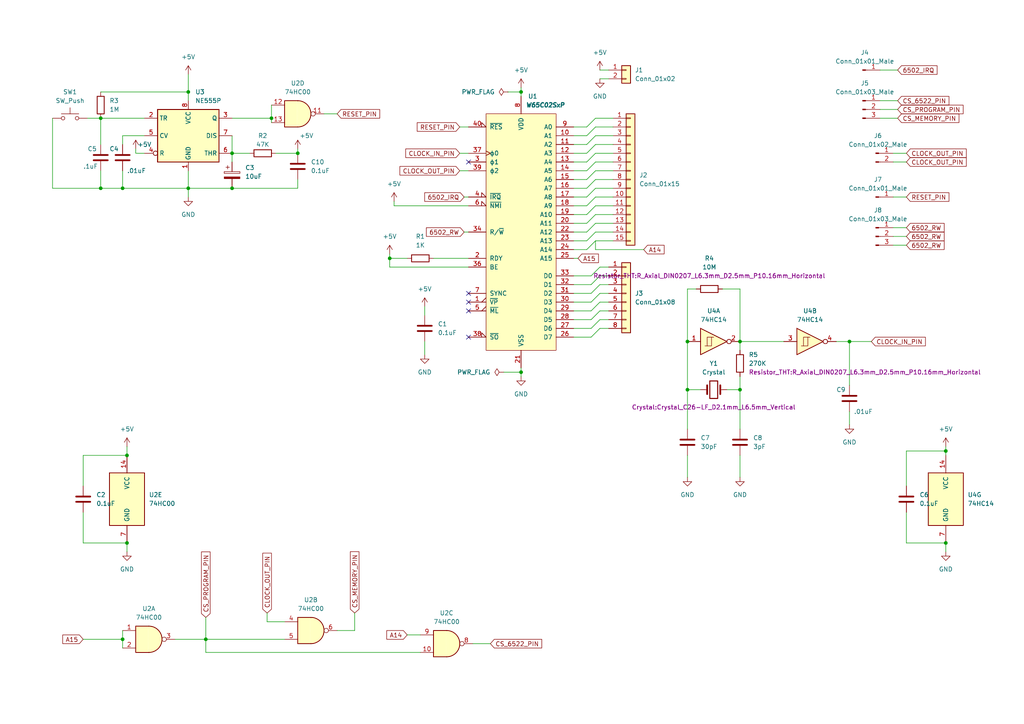
<source format=kicad_sch>
(kicad_sch (version 20211123) (generator eeschema)
  (paper "A4")
  (lib_symbols
    (symbol "65xx:W65C02SxP" (pin_names (offset 1.016))
      (property "Reference" "U" (at -10.16 35.56 0))
      (property "Value" "W65C02SxP" (at 0 0 90))
      (symbol "W65C02SxP_0_1"
        (rectangle (start -10.16 34.29) (end 10.16 -34.29) (fill (type background)))
      )
      (symbol "W65C02SxP_1_1"
        (pin output output_low (at -15.24 -20.32 0) (length 5.08) (name "~{VP}") (number "1"))
        (pin tri_state line (at 15.24 27.94 180) (length 5.08) (name "A1") (number "10"))
        (pin tri_state line (at 15.24 25.4 180) (length 5.08) (name "A2") (number "11"))
        (pin tri_state line (at 15.24 22.86 180) (length 5.08) (name "A3") (number "12"))
        (pin tri_state line (at 15.24 20.32 180) (length 5.08) (name "A4") (number "13"))
        (pin tri_state line (at 15.24 17.78 180) (length 5.08) (name "A5") (number "14"))
        (pin tri_state line (at 15.24 15.24 180) (length 5.08) (name "A6") (number "15"))
        (pin tri_state line (at 15.24 12.7 180) (length 5.08) (name "A7") (number "16"))
        (pin tri_state line (at 15.24 10.16 180) (length 5.08) (name "A8") (number "17"))
        (pin tri_state line (at 15.24 7.62 180) (length 5.08) (name "A9") (number "18"))
        (pin tri_state line (at 15.24 5.08 180) (length 5.08) (name "A10") (number "19"))
        (pin open_collector line (at -15.24 -7.62 0) (length 5.08) (name "RDY") (number "2"))
        (pin tri_state line (at 15.24 2.54 180) (length 5.08) (name "A11") (number "20"))
        (pin power_in line (at 0 -39.37 90) (length 5.08) (name "VSS") (number "21"))
        (pin tri_state line (at 15.24 0 180) (length 5.08) (name "A12") (number "22"))
        (pin tri_state line (at 15.24 -2.54 180) (length 5.08) (name "A13") (number "23"))
        (pin tri_state line (at 15.24 -5.08 180) (length 5.08) (name "A14") (number "24"))
        (pin tri_state line (at 15.24 -7.62 180) (length 5.08) (name "A15") (number "25"))
        (pin bidirectional line (at 15.24 -30.48 180) (length 5.08) (name "D7") (number "26"))
        (pin bidirectional line (at 15.24 -27.94 180) (length 5.08) (name "D6") (number "27"))
        (pin bidirectional line (at 15.24 -25.4 180) (length 5.08) (name "D5") (number "28"))
        (pin bidirectional line (at 15.24 -22.86 180) (length 5.08) (name "D4") (number "29"))
        (pin output line (at -15.24 20.32 0) (length 5.08) (name "ϕ1") (number "3"))
        (pin bidirectional line (at 15.24 -20.32 180) (length 5.08) (name "D3") (number "30"))
        (pin bidirectional line (at 15.24 -17.78 180) (length 5.08) (name "D2") (number "31"))
        (pin bidirectional line (at 15.24 -15.24 180) (length 5.08) (name "D1") (number "32"))
        (pin bidirectional line (at 15.24 -12.7 180) (length 5.08) (name "D0") (number "33"))
        (pin tri_state line (at -15.24 0 0) (length 5.08) (name "R/~{W}") (number "34"))
        (pin no_connect non_logic (at -10.16 -27.94 0) (length 2.54) hide (name "nc") (number "35"))
        (pin input line (at -15.24 -10.16 0) (length 5.08) (name "BE") (number "36"))
        (pin input clock (at -15.24 22.86 0) (length 5.08) (name "ϕ0") (number "37"))
        (pin input input_low (at -15.24 -30.48 0) (length 5.08) (name "~{SO}") (number "38"))
        (pin output line (at -15.24 17.78 0) (length 5.08) (name "ϕ2") (number "39"))
        (pin input input_low (at -15.24 10.16 0) (length 5.08) (name "~{IRQ}") (number "4"))
        (pin input input_low (at -15.24 30.48 0) (length 5.08) (name "~{RES}") (number "40"))
        (pin output output_low (at -15.24 -22.86 0) (length 5.08) (name "~{ML}") (number "5"))
        (pin input input_low (at -15.24 7.62 0) (length 5.08) (name "~{NMI}") (number "6"))
        (pin output line (at -15.24 -17.78 0) (length 5.08) (name "SYNC") (number "7"))
        (pin power_in line (at 0 39.37 270) (length 5.08) (name "VDD") (number "8"))
        (pin tri_state line (at 15.24 30.48 180) (length 5.08) (name "A0") (number "9"))
      )
    )
    (symbol "74xx:74HC00" (pin_names (offset 1.016))
      (property "Reference" "U" (at 0 1.27 0))
      (property "Value" "74HC00" (at 0 -1.27 0))
      (symbol "74HC00_1_1"
        (arc (start 0 -3.81) (mid 3.81 0) (end 0 3.81) (stroke (width 0.254)) (fill (type background)))
        (polyline (pts (xy 0 3.81) (xy -3.81 3.81) (xy -3.81 -3.81) (xy 0 -3.81)) (stroke (width 0.254)) (fill (type background)))
        (pin input line (at -7.62 2.54 0) (length 3.81) (name "~") (number "1"))
        (pin input line (at -7.62 -2.54 0) (length 3.81) (name "~") (number "2"))
        (pin output inverted (at 7.62 0 180) (length 3.81) (name "~") (number "3"))
      )
      (symbol "74HC00_1_2"
        (arc (start -3.81 -3.81) (mid -2.589 0) (end -3.81 3.81) (stroke (width 0.254)))
        (arc (start -0.6096 -3.81) (mid 2.1855 -2.584) (end 3.81 0) (stroke (width 0.254)) (fill (type background)))
        (polyline (pts (xy -3.81 -3.81) (xy -0.635 -3.81)) (stroke (width 0.254)) (fill (type background)))
        (polyline (pts (xy -3.81 3.81) (xy -0.635 3.81)) (stroke (width 0.254)) (fill (type background)))
        (polyline (pts (xy -0.635 3.81) (xy -3.81 3.81) (xy -3.81 3.81) (xy -3.556 3.4036) (xy -3.0226 2.2606) (xy -2.6924 1.0414) (xy -2.6162 -0.254) (xy -2.7686 -1.4986) (xy -3.175 -2.7178) (xy -3.81 -3.81) (xy -3.81 -3.81) (xy -0.635 -3.81)) (stroke (width -25.4)) (fill (type background)))
        (arc (start 3.81 0) (mid 2.1928 2.5925) (end -0.6096 3.81) (stroke (width 0.254)) (fill (type background)))
        (pin input inverted (at -7.62 2.54 0) (length 4.318) (name "~") (number "1"))
        (pin input inverted (at -7.62 -2.54 0) (length 4.318) (name "~") (number "2"))
        (pin output line (at 7.62 0 180) (length 3.81) (name "~") (number "3"))
      )
      (symbol "74HC00_2_1"
        (arc (start 0 -3.81) (mid 3.81 0) (end 0 3.81) (stroke (width 0.254)) (fill (type background)))
        (polyline (pts (xy 0 3.81) (xy -3.81 3.81) (xy -3.81 -3.81) (xy 0 -3.81)) (stroke (width 0.254)) (fill (type background)))
        (pin input line (at -7.62 2.54 0) (length 3.81) (name "~") (number "4"))
        (pin input line (at -7.62 -2.54 0) (length 3.81) (name "~") (number "5"))
        (pin output inverted (at 7.62 0 180) (length 3.81) (name "~") (number "6"))
      )
      (symbol "74HC00_2_2"
        (arc (start -3.81 -3.81) (mid -2.589 0) (end -3.81 3.81) (stroke (width 0.254)))
        (arc (start -0.6096 -3.81) (mid 2.1855 -2.584) (end 3.81 0) (stroke (width 0.254)) (fill (type background)))
        (polyline (pts (xy -3.81 -3.81) (xy -0.635 -3.81)) (stroke (width 0.254)) (fill (type background)))
        (polyline (pts (xy -3.81 3.81) (xy -0.635 3.81)) (stroke (width 0.254)) (fill (type background)))
        (polyline (pts (xy -0.635 3.81) (xy -3.81 3.81) (xy -3.81 3.81) (xy -3.556 3.4036) (xy -3.0226 2.2606) (xy -2.6924 1.0414) (xy -2.6162 -0.254) (xy -2.7686 -1.4986) (xy -3.175 -2.7178) (xy -3.81 -3.81) (xy -3.81 -3.81) (xy -0.635 -3.81)) (stroke (width -25.4)) (fill (type background)))
        (arc (start 3.81 0) (mid 2.1928 2.5925) (end -0.6096 3.81) (stroke (width 0.254)) (fill (type background)))
        (pin input inverted (at -7.62 2.54 0) (length 4.318) (name "~") (number "4"))
        (pin input inverted (at -7.62 -2.54 0) (length 4.318) (name "~") (number "5"))
        (pin output line (at 7.62 0 180) (length 3.81) (name "~") (number "6"))
      )
      (symbol "74HC00_3_1"
        (arc (start 0 -3.81) (mid 3.81 0) (end 0 3.81) (stroke (width 0.254)) (fill (type background)))
        (polyline (pts (xy 0 3.81) (xy -3.81 3.81) (xy -3.81 -3.81) (xy 0 -3.81)) (stroke (width 0.254)) (fill (type background)))
        (pin input line (at -7.62 -2.54 0) (length 3.81) (name "~") (number "10"))
        (pin output inverted (at 7.62 0 180) (length 3.81) (name "~") (number "8"))
        (pin input line (at -7.62 2.54 0) (length 3.81) (name "~") (number "9"))
      )
      (symbol "74HC00_3_2"
        (arc (start -3.81 -3.81) (mid -2.589 0) (end -3.81 3.81) (stroke (width 0.254)))
        (arc (start -0.6096 -3.81) (mid 2.1855 -2.584) (end 3.81 0) (stroke (width 0.254)) (fill (type background)))
        (polyline (pts (xy -3.81 -3.81) (xy -0.635 -3.81)) (stroke (width 0.254)) (fill (type background)))
        (polyline (pts (xy -3.81 3.81) (xy -0.635 3.81)) (stroke (width 0.254)) (fill (type background)))
        (polyline (pts (xy -0.635 3.81) (xy -3.81 3.81) (xy -3.81 3.81) (xy -3.556 3.4036) (xy -3.0226 2.2606) (xy -2.6924 1.0414) (xy -2.6162 -0.254) (xy -2.7686 -1.4986) (xy -3.175 -2.7178) (xy -3.81 -3.81) (xy -3.81 -3.81) (xy -0.635 -3.81)) (stroke (width -25.4)) (fill (type background)))
        (arc (start 3.81 0) (mid 2.1928 2.5925) (end -0.6096 3.81) (stroke (width 0.254)) (fill (type background)))
        (pin input inverted (at -7.62 -2.54 0) (length 4.318) (name "~") (number "10"))
        (pin output line (at 7.62 0 180) (length 3.81) (name "~") (number "8"))
        (pin input inverted (at -7.62 2.54 0) (length 4.318) (name "~") (number "9"))
      )
      (symbol "74HC00_4_1"
        (arc (start 0 -3.81) (mid 3.81 0) (end 0 3.81) (stroke (width 0.254)) (fill (type background)))
        (polyline (pts (xy 0 3.81) (xy -3.81 3.81) (xy -3.81 -3.81) (xy 0 -3.81)) (stroke (width 0.254)) (fill (type background)))
        (pin output inverted (at 7.62 0 180) (length 3.81) (name "~") (number "11"))
        (pin input line (at -7.62 2.54 0) (length 3.81) (name "~") (number "12"))
        (pin input line (at -7.62 -2.54 0) (length 3.81) (name "~") (number "13"))
      )
      (symbol "74HC00_4_2"
        (arc (start -3.81 -3.81) (mid -2.589 0) (end -3.81 3.81) (stroke (width 0.254)))
        (arc (start -0.6096 -3.81) (mid 2.1855 -2.584) (end 3.81 0) (stroke (width 0.254)) (fill (type background)))
        (polyline (pts (xy -3.81 -3.81) (xy -0.635 -3.81)) (stroke (width 0.254)) (fill (type background)))
        (polyline (pts (xy -3.81 3.81) (xy -0.635 3.81)) (stroke (width 0.254)) (fill (type background)))
        (polyline (pts (xy -0.635 3.81) (xy -3.81 3.81) (xy -3.81 3.81) (xy -3.556 3.4036) (xy -3.0226 2.2606) (xy -2.6924 1.0414) (xy -2.6162 -0.254) (xy -2.7686 -1.4986) (xy -3.175 -2.7178) (xy -3.81 -3.81) (xy -3.81 -3.81) (xy -0.635 -3.81)) (stroke (width -25.4)) (fill (type background)))
        (arc (start 3.81 0) (mid 2.1928 2.5925) (end -0.6096 3.81) (stroke (width 0.254)) (fill (type background)))
        (pin output line (at 7.62 0 180) (length 3.81) (name "~") (number "11"))
        (pin input inverted (at -7.62 2.54 0) (length 4.318) (name "~") (number "12"))
        (pin input inverted (at -7.62 -2.54 0) (length 4.318) (name "~") (number "13"))
      )
      (symbol "74HC00_5_0"
        (pin power_in line (at 0 12.7 270) (length 5.08) (name "VCC") (number "14"))
        (pin power_in line (at 0 -12.7 90) (length 5.08) (name "GND") (number "7"))
      )
      (symbol "74HC00_5_1"
        (rectangle (start -5.08 7.62) (end 5.08 -7.62) (stroke (width 0.254)) (fill (type background)))
      )
    )
    (symbol "74xx:74HC14" (pin_names (offset 1.016))
      (property "Reference" "U" (at 0 1.27 0))
      (property "Value" "74HC14" (at 0 -1.27 0))
      (symbol "74HC14_1_0"
        (polyline (pts (xy -3.81 3.81) (xy -3.81 -3.81) (xy 3.81 0) (xy -3.81 3.81)) (stroke (width 0.254)) (fill (type background)))
        (pin input line (at -7.62 0 0) (length 3.81) (name "~") (number "1"))
        (pin output inverted (at 7.62 0 180) (length 3.81) (name "~") (number "2"))
      )
      (symbol "74HC14_1_1"
        (polyline (pts (xy -1.905 -1.27) (xy -1.905 1.27) (xy -0.635 1.27)))
        (polyline (pts (xy -2.54 -1.27) (xy -0.635 -1.27) (xy -0.635 1.27) (xy 0 1.27)))
      )
      (symbol "74HC14_2_0"
        (polyline (pts (xy -3.81 3.81) (xy -3.81 -3.81) (xy 3.81 0) (xy -3.81 3.81)) (stroke (width 0.254)) (fill (type background)))
        (pin input line (at -7.62 0 0) (length 3.81) (name "~") (number "3"))
        (pin output inverted (at 7.62 0 180) (length 3.81) (name "~") (number "4"))
      )
      (symbol "74HC14_2_1"
        (polyline (pts (xy -1.905 -1.27) (xy -1.905 1.27) (xy -0.635 1.27)))
        (polyline (pts (xy -2.54 -1.27) (xy -0.635 -1.27) (xy -0.635 1.27) (xy 0 1.27)))
      )
      (symbol "74HC14_3_0"
        (polyline (pts (xy -3.81 3.81) (xy -3.81 -3.81) (xy 3.81 0) (xy -3.81 3.81)) (stroke (width 0.254)) (fill (type background)))
        (pin input line (at -7.62 0 0) (length 3.81) (name "~") (number "5"))
        (pin output inverted (at 7.62 0 180) (length 3.81) (name "~") (number "6"))
      )
      (symbol "74HC14_3_1"
        (polyline (pts (xy -1.905 -1.27) (xy -1.905 1.27) (xy -0.635 1.27)))
        (polyline (pts (xy -2.54 -1.27) (xy -0.635 -1.27) (xy -0.635 1.27) (xy 0 1.27)))
      )
      (symbol "74HC14_4_0"
        (polyline (pts (xy -3.81 3.81) (xy -3.81 -3.81) (xy 3.81 0) (xy -3.81 3.81)) (stroke (width 0.254)) (fill (type background)))
        (pin output inverted (at 7.62 0 180) (length 3.81) (name "~") (number "8"))
        (pin input line (at -7.62 0 0) (length 3.81) (name "~") (number "9"))
      )
      (symbol "74HC14_4_1"
        (polyline (pts (xy -1.905 -1.27) (xy -1.905 1.27) (xy -0.635 1.27)))
        (polyline (pts (xy -2.54 -1.27) (xy -0.635 -1.27) (xy -0.635 1.27) (xy 0 1.27)))
      )
      (symbol "74HC14_5_0"
        (polyline (pts (xy -3.81 3.81) (xy -3.81 -3.81) (xy 3.81 0) (xy -3.81 3.81)) (stroke (width 0.254)) (fill (type background)))
        (pin output inverted (at 7.62 0 180) (length 3.81) (name "~") (number "10"))
        (pin input line (at -7.62 0 0) (length 3.81) (name "~") (number "11"))
      )
      (symbol "74HC14_5_1"
        (polyline (pts (xy -1.905 -1.27) (xy -1.905 1.27) (xy -0.635 1.27)))
        (polyline (pts (xy -2.54 -1.27) (xy -0.635 -1.27) (xy -0.635 1.27) (xy 0 1.27)))
      )
      (symbol "74HC14_6_0"
        (polyline (pts (xy -3.81 3.81) (xy -3.81 -3.81) (xy 3.81 0) (xy -3.81 3.81)) (stroke (width 0.254)) (fill (type background)))
        (pin output inverted (at 7.62 0 180) (length 3.81) (name "~") (number "12"))
        (pin input line (at -7.62 0 0) (length 3.81) (name "~") (number "13"))
      )
      (symbol "74HC14_6_1"
        (polyline (pts (xy -1.905 -1.27) (xy -1.905 1.27) (xy -0.635 1.27)))
        (polyline (pts (xy -2.54 -1.27) (xy -0.635 -1.27) (xy -0.635 1.27) (xy 0 1.27)))
      )
      (symbol "74HC14_7_0"
        (pin power_in line (at 0 12.7 270) (length 5.08) (name "VCC") (number "14"))
        (pin power_in line (at 0 -12.7 90) (length 5.08) (name "GND") (number "7"))
      )
      (symbol "74HC14_7_1"
        (rectangle (start -5.08 7.62) (end 5.08 -7.62) (stroke (width 0.254)) (fill (type background)))
      )
    )
    (symbol "Connector:Conn_01x01_Male" (pin_names (offset 1.016) hide)
      (property "Reference" "J" (at 0 2.54 0))
      (property "Value" "Conn_01x01_Male" (at 0 -2.54 0))
      (symbol "Conn_01x01_Male_1_1"
        (polyline (pts (xy 1.27 0) (xy 0.8636 0)) (stroke (width 0.1524)))
        (rectangle (start 0.8636 0.127) (end 0 -0.127) (stroke (width 0.1524)) (fill (type outline)))
        (pin passive line (at 5.08 0 180) (length 3.81) (name "Pin_1") (number "1"))
      )
    )
    (symbol "Connector:Conn_01x02_Male" (pin_names (offset 1.016) hide)
      (property "Reference" "J" (at 0 2.54 0))
      (property "Value" "Conn_01x02_Male" (at 0 -5.08 0))
      (symbol "Conn_01x02_Male_1_1"
        (polyline (pts (xy 1.27 -2.54) (xy 0.8636 -2.54)) (stroke (width 0.1524)))
        (polyline (pts (xy 1.27 0) (xy 0.8636 0)) (stroke (width 0.1524)))
        (rectangle (start 0.8636 -2.413) (end 0 -2.667) (stroke (width 0.1524)) (fill (type outline)))
        (rectangle (start 0.8636 0.127) (end 0 -0.127) (stroke (width 0.1524)) (fill (type outline)))
        (pin passive line (at 5.08 0 180) (length 3.81) (name "Pin_1") (number "1"))
        (pin passive line (at 5.08 -2.54 180) (length 3.81) (name "Pin_2") (number "2"))
      )
    )
    (symbol "Connector:Conn_01x03_Male" (pin_names (offset 1.016) hide)
      (property "Reference" "J" (at 0 5.08 0))
      (property "Value" "Conn_01x03_Male" (at 0 -5.08 0))
      (symbol "Conn_01x03_Male_1_1"
        (polyline (pts (xy 1.27 -2.54) (xy 0.8636 -2.54)) (stroke (width 0.1524)))
        (polyline (pts (xy 1.27 0) (xy 0.8636 0)) (stroke (width 0.1524)))
        (polyline (pts (xy 1.27 2.54) (xy 0.8636 2.54)) (stroke (width 0.1524)))
        (rectangle (start 0.8636 -2.413) (end 0 -2.667) (stroke (width 0.1524)) (fill (type outline)))
        (rectangle (start 0.8636 0.127) (end 0 -0.127) (stroke (width 0.1524)) (fill (type outline)))
        (rectangle (start 0.8636 2.667) (end 0 2.413) (stroke (width 0.1524)) (fill (type outline)))
        (pin passive line (at 5.08 2.54 180) (length 3.81) (name "Pin_1") (number "1"))
        (pin passive line (at 5.08 0 180) (length 3.81) (name "Pin_2") (number "2"))
        (pin passive line (at 5.08 -2.54 180) (length 3.81) (name "Pin_3") (number "3"))
      )
    )
    (symbol "Connector_Generic:Conn_01x02" (pin_names (offset 1.016) hide)
      (property "Reference" "J" (at 0 2.54 0))
      (property "Value" "Conn_01x02" (at 0 -5.08 0))
      (symbol "Conn_01x02_1_1"
        (rectangle (start -1.27 -2.413) (end 0 -2.667) (stroke (width 0.1524)))
        (rectangle (start -1.27 0.127) (end 0 -0.127) (stroke (width 0.1524)))
        (rectangle (start -1.27 1.27) (end 1.27 -3.81) (stroke (width 0.254)) (fill (type background)))
        (pin passive line (at -5.08 0 0) (length 3.81) (name "Pin_1") (number "1"))
        (pin passive line (at -5.08 -2.54 0) (length 3.81) (name "Pin_2") (number "2"))
      )
    )
    (symbol "Connector_Generic:Conn_01x08" (pin_names (offset 1.016) hide)
      (property "Reference" "J" (at 0 10.16 0))
      (property "Value" "Conn_01x08" (at 0 -12.7 0))
      (symbol "Conn_01x08_1_1"
        (rectangle (start -1.27 -10.033) (end 0 -10.287) (stroke (width 0.1524)))
        (rectangle (start -1.27 -7.493) (end 0 -7.747) (stroke (width 0.1524)))
        (rectangle (start -1.27 -4.953) (end 0 -5.207) (stroke (width 0.1524)))
        (rectangle (start -1.27 -2.413) (end 0 -2.667) (stroke (width 0.1524)))
        (rectangle (start -1.27 0.127) (end 0 -0.127) (stroke (width 0.1524)))
        (rectangle (start -1.27 2.667) (end 0 2.413) (stroke (width 0.1524)))
        (rectangle (start -1.27 5.207) (end 0 4.953) (stroke (width 0.1524)))
        (rectangle (start -1.27 7.747) (end 0 7.493) (stroke (width 0.1524)))
        (rectangle (start -1.27 8.89) (end 1.27 -11.43) (stroke (width 0.254)) (fill (type background)))
        (pin passive line (at -5.08 7.62 0) (length 3.81) (name "Pin_1") (number "1"))
        (pin passive line (at -5.08 5.08 0) (length 3.81) (name "Pin_2") (number "2"))
        (pin passive line (at -5.08 2.54 0) (length 3.81) (name "Pin_3") (number "3"))
        (pin passive line (at -5.08 0 0) (length 3.81) (name "Pin_4") (number "4"))
        (pin passive line (at -5.08 -2.54 0) (length 3.81) (name "Pin_5") (number "5"))
        (pin passive line (at -5.08 -5.08 0) (length 3.81) (name "Pin_6") (number "6"))
        (pin passive line (at -5.08 -7.62 0) (length 3.81) (name "Pin_7") (number "7"))
        (pin passive line (at -5.08 -10.16 0) (length 3.81) (name "Pin_8") (number "8"))
      )
    )
    (symbol "Connector_Generic:Conn_01x15" (pin_names (offset 1.016) hide)
      (property "Reference" "J" (at 0 20.32 0))
      (property "Value" "Conn_01x15" (at 0 -20.32 0))
      (symbol "Conn_01x15_1_1"
        (rectangle (start -1.27 -17.653) (end 0 -17.907) (stroke (width 0.1524)))
        (rectangle (start -1.27 -15.113) (end 0 -15.367) (stroke (width 0.1524)))
        (rectangle (start -1.27 -12.573) (end 0 -12.827) (stroke (width 0.1524)))
        (rectangle (start -1.27 -10.033) (end 0 -10.287) (stroke (width 0.1524)))
        (rectangle (start -1.27 -7.493) (end 0 -7.747) (stroke (width 0.1524)))
        (rectangle (start -1.27 -4.953) (end 0 -5.207) (stroke (width 0.1524)))
        (rectangle (start -1.27 -2.413) (end 0 -2.667) (stroke (width 0.1524)))
        (rectangle (start -1.27 0.127) (end 0 -0.127) (stroke (width 0.1524)))
        (rectangle (start -1.27 2.667) (end 0 2.413) (stroke (width 0.1524)))
        (rectangle (start -1.27 5.207) (end 0 4.953) (stroke (width 0.1524)))
        (rectangle (start -1.27 7.747) (end 0 7.493) (stroke (width 0.1524)))
        (rectangle (start -1.27 10.287) (end 0 10.033) (stroke (width 0.1524)))
        (rectangle (start -1.27 12.827) (end 0 12.573) (stroke (width 0.1524)))
        (rectangle (start -1.27 15.367) (end 0 15.113) (stroke (width 0.1524)))
        (rectangle (start -1.27 17.907) (end 0 17.653) (stroke (width 0.1524)))
        (rectangle (start -1.27 19.05) (end 1.27 -19.05) (stroke (width 0.254)) (fill (type background)))
        (pin passive line (at -5.08 17.78 0) (length 3.81) (name "Pin_1") (number "1"))
        (pin passive line (at -5.08 -5.08 0) (length 3.81) (name "Pin_10") (number "10"))
        (pin passive line (at -5.08 -7.62 0) (length 3.81) (name "Pin_11") (number "11"))
        (pin passive line (at -5.08 -10.16 0) (length 3.81) (name "Pin_12") (number "12"))
        (pin passive line (at -5.08 -12.7 0) (length 3.81) (name "Pin_13") (number "13"))
        (pin passive line (at -5.08 -15.24 0) (length 3.81) (name "Pin_14") (number "14"))
        (pin passive line (at -5.08 -17.78 0) (length 3.81) (name "Pin_15") (number "15"))
        (pin passive line (at -5.08 15.24 0) (length 3.81) (name "Pin_2") (number "2"))
        (pin passive line (at -5.08 12.7 0) (length 3.81) (name "Pin_3") (number "3"))
        (pin passive line (at -5.08 10.16 0) (length 3.81) (name "Pin_4") (number "4"))
        (pin passive line (at -5.08 7.62 0) (length 3.81) (name "Pin_5") (number "5"))
        (pin passive line (at -5.08 5.08 0) (length 3.81) (name "Pin_6") (number "6"))
        (pin passive line (at -5.08 2.54 0) (length 3.81) (name "Pin_7") (number "7"))
        (pin passive line (at -5.08 0 0) (length 3.81) (name "Pin_8") (number "8"))
        (pin passive line (at -5.08 -2.54 0) (length 3.81) (name "Pin_9") (number "9"))
      )
    )
    (symbol "Device:C" (pin_numbers hide) (pin_names (offset 0.254))
      (property "Reference" "C" (at 0.635 2.54 0))
      (property "Value" "C" (at 0.635 -2.54 0))
      (symbol "C_0_1"
        (polyline (pts (xy -2.032 -0.762) (xy 2.032 -0.762)) (stroke (width 0.508)))
        (polyline (pts (xy -2.032 0.762) (xy 2.032 0.762)) (stroke (width 0.508)))
      )
      (symbol "C_1_1"
        (pin passive line (at 0 3.81 270) (length 2.794) (name "~") (number "1"))
        (pin passive line (at 0 -3.81 90) (length 2.794) (name "~") (number "2"))
      )
    )
    (symbol "Device:C_Polarized" (pin_numbers hide) (pin_names (offset 0.254))
      (property "Reference" "C" (at 0.635 2.54 0))
      (property "Value" "C_Polarized" (at 0.635 -2.54 0))
      (symbol "C_Polarized_0_1"
        (rectangle (start -2.286 0.508) (end 2.286 1.016))
        (polyline (pts (xy -1.778 2.286) (xy -0.762 2.286)))
        (polyline (pts (xy -1.27 2.794) (xy -1.27 1.778)))
        (rectangle (start 2.286 -0.508) (end -2.286 -1.016) (fill (type outline)))
      )
      (symbol "C_Polarized_1_1"
        (pin passive line (at 0 3.81 270) (length 2.794) (name "~") (number "1"))
        (pin passive line (at 0 -3.81 90) (length 2.794) (name "~") (number "2"))
      )
    )
    (symbol "Device:Crystal" (pin_numbers hide) (pin_names (offset 1.016) hide)
      (property "Reference" "Y" (at 0 3.81 0))
      (property "Value" "Crystal" (at 0 -3.81 0))
      (symbol "Crystal_0_1"
        (rectangle (start -1.143 2.54) (end 1.143 -2.54) (stroke (width 0.3048)))
        (polyline (pts (xy -2.54 0) (xy -1.905 0)))
        (polyline (pts (xy -1.905 -1.27) (xy -1.905 1.27)) (stroke (width 0.508)))
        (polyline (pts (xy 1.905 -1.27) (xy 1.905 1.27)) (stroke (width 0.508)))
        (polyline (pts (xy 2.54 0) (xy 1.905 0)))
      )
      (symbol "Crystal_1_1"
        (pin passive line (at -3.81 0 0) (length 1.27) (name "1") (number "1"))
        (pin passive line (at 3.81 0 180) (length 1.27) (name "2") (number "2"))
      )
    )
    (symbol "Device:R" (pin_numbers hide) (pin_names (offset 0))
      (property "Reference" "R" (at 2.032 0 90))
      (property "Value" "R" (at 0 0 90))
      (symbol "R_0_1"
        (rectangle (start -1.016 -2.54) (end 1.016 2.54) (stroke (width 0.254)))
      )
      (symbol "R_1_1"
        (pin passive line (at 0 3.81 270) (length 1.27) (name "~") (number "1"))
        (pin passive line (at 0 -3.81 90) (length 1.27) (name "~") (number "2"))
      )
    )
    (symbol "Switch:SW_Push" (pin_numbers hide) (pin_names (offset 1.016) hide)
      (property "Reference" "SW" (at 1.27 2.54 0))
      (property "Value" "SW_Push" (at 0 -1.524 0))
      (symbol "SW_Push_0_1"
        (circle (center -2.032 0) (radius 0.508))
        (polyline (pts (xy 0 1.27) (xy 0 3.048)))
        (polyline (pts (xy 2.54 1.27) (xy -2.54 1.27)))
        (circle (center 2.032 0) (radius 0.508))
        (pin passive line (at -5.08 0 0) (length 2.54) (name "1") (number "1"))
        (pin passive line (at 5.08 0 180) (length 2.54) (name "2") (number "2"))
      )
    )
    (symbol "Timer:NE555P"
      (property "Reference" "U" (at -10.16 8.89 0))
      (property "Value" "NE555P" (at 2.54 8.89 0))
      (symbol "NE555P_0_0"
        (pin power_in line (at 0 -10.16 90) (length 2.54) (name "GND") (number "1"))
        (pin power_in line (at 0 10.16 270) (length 2.54) (name "VCC") (number "8"))
      )
      (symbol "NE555P_0_1"
        (rectangle (start -8.89 -7.62) (end 8.89 7.62) (stroke (width 0.254)) (fill (type background)))
        (rectangle (start -8.89 -7.62) (end 8.89 7.62) (stroke (width 0.254)) (fill (type background)))
      )
      (symbol "NE555P_1_1"
        (pin input line (at -12.7 5.08 0) (length 3.81) (name "TR") (number "2"))
        (pin output line (at 12.7 5.08 180) (length 3.81) (name "Q") (number "3"))
        (pin input inverted (at -12.7 -5.08 0) (length 3.81) (name "R") (number "4"))
        (pin input line (at -12.7 0 0) (length 3.81) (name "CV") (number "5"))
        (pin input line (at 12.7 -5.08 180) (length 3.81) (name "THR") (number "6"))
        (pin input line (at 12.7 0 180) (length 3.81) (name "DIS") (number "7"))
      )
    )
    (symbol "power:+5V" (power) (pin_names (offset 0))
      (property "Value" "+5V" (at 0 3.556 0))
      (symbol "+5V_0_1"
        (polyline (pts (xy -0.762 1.27) (xy 0 2.54)))
        (polyline (pts (xy 0 0) (xy 0 2.54)))
        (polyline (pts (xy 0 2.54) (xy 0.762 1.27)))
      )
      (symbol "+5V_1_1"
        (pin power_in line (at 0 0 90) (length 0) hide (name "+5V") (number "1"))
      )
    )
    (symbol "power:GND" (power) (pin_names (offset 0))
      (property "Value" "GND" (at 0 -3.81 0))
      (symbol "GND_0_1"
        (polyline (pts (xy 0 0) (xy 0 -1.27) (xy 1.27 -1.27) (xy 0 -2.54) (xy -1.27 -1.27) (xy 0 -1.27)))
      )
      (symbol "GND_1_1"
        (pin power_in line (at 0 0 270) (length 0) hide (name "GND") (number "1"))
      )
    )
    (symbol "power:PWR_FLAG" (power) (pin_numbers hide) (pin_names (offset 0) hide)
      (property "Value" "PWR_FLAG" (at 0 3.81 0))
      (symbol "PWR_FLAG_0_0"
        (pin power_out line (at 0 0 90) (length 0) (name "pwr") (number "1"))
      )
      (symbol "PWR_FLAG_0_1"
        (polyline (pts (xy 0 0) (xy 0 1.27) (xy -1.016 1.905) (xy 0 2.54) (xy 1.016 1.905) (xy 0 1.27)))
      )
    )
  )
  (junction (at 214.63 99.06))
  (junction (at 274.32 157.48))
  (junction (at 59.69 185.42))
  (junction (at 199.39 113.03))
  (junction (at 86.36 44.45))
  (junction (at 35.56 54.61))
  (junction (at 54.61 26.67))
  (junction (at 151.13 26.67))
  (junction (at 67.31 54.61))
  (junction (at 29.21 54.61))
  (junction (at 67.31 44.45))
  (junction (at 113.03 74.93))
  (junction (at 246.38 99.06))
  (junction (at 151.13 107.95))
  (junction (at 199.39 99.06))
  (junction (at 78.74 34.29))
  (junction (at 29.21 34.29))
  (junction (at 35.56 185.42))
  (junction (at 36.83 157.48))
  (junction (at 36.83 132.08))
  (junction (at 274.32 130.81))
  (junction (at 54.61 54.61))
  (junction (at 214.63 113.03))
  (no_connect (at 135.89 97.79))
  (no_connect (at 135.89 46.99))
  (no_connect (at 135.89 87.63))
  (no_connect (at 135.89 90.17))
  (no_connect (at 135.89 85.09))
  (bus_entry (at 170.18 64.77) (size 2.54 -2.54))
  (bus_entry (at 170.18 36.83) (size 2.54 -2.54))
  (bus_entry (at 171.45 87.63) (size 2.54 -2.54))
  (bus_entry (at 170.18 69.85) (size 2.54 -2.54))
  (bus_entry (at 170.18 52.07) (size 2.54 -2.54))
  (bus_entry (at 170.18 41.91) (size 2.54 -2.54))
  (bus_entry (at 171.45 90.17) (size 2.54 -2.54))
  (bus_entry (at 171.45 82.55) (size 2.54 -2.54))
  (bus_entry (at 170.18 54.61) (size 2.54 -2.54))
  (bus_entry (at 171.45 95.25) (size 2.54 -2.54))
  (bus_entry (at 170.18 44.45) (size 2.54 -2.54))
  (bus_entry (at 170.18 59.69) (size 2.54 -2.54))
  (bus_entry (at 171.45 97.79) (size 2.54 -2.54))
  (bus_entry (at 171.45 92.71) (size 2.54 -2.54))
  (bus_entry (at 171.45 80.01) (size 2.54 -2.54))
  (bus_entry (at 170.18 67.31) (size 2.54 -2.54))
  (bus_entry (at 170.18 49.53) (size 2.54 -2.54))
  (bus_entry (at 170.18 57.15) (size 2.54 -2.54))
  (bus_entry (at 170.18 46.99) (size 2.54 -2.54))
  (bus_entry (at 170.18 72.39) (size 2.54 -2.54))
  (bus_entry (at 171.45 85.09) (size 2.54 -2.54))
  (bus_entry (at 170.18 62.23) (size 2.54 -2.54))
  (bus_entry (at 170.18 39.37) (size 2.54 -2.54))
  (wire (pts (xy 86.36 44.45) (xy 86.36 43.18)))
  (wire (pts (xy 118.11 184.15) (xy 121.92 184.15)))
  (wire (pts (xy 166.37 87.63) (xy 171.45 87.63)))
  (wire (pts (xy 82.55 185.42) (xy 59.69 185.42)))
  (wire (pts (xy 97.79 182.88) (xy 102.87 182.88)))
  (wire (pts (xy 35.56 54.61) (xy 54.61 54.61)))
  (wire (pts (xy 133.35 36.83) (xy 135.89 36.83)))
  (wire (pts (xy 78.74 34.29) (xy 78.74 35.56)))
  (wire (pts (xy 262.89 140.97) (xy 262.89 130.81)))
  (wire (pts (xy 246.38 119.38) (xy 246.38 123.19)))
  (wire (pts (xy 78.74 34.29) (xy 78.74 30.48)))
  (wire (pts (xy 29.21 26.67) (xy 54.61 26.67)))
  (wire (pts (xy 259.08 46.99) (xy 262.89 46.99)))
  (wire (pts (xy 210.82 113.03) (xy 214.63 113.03)))
  (wire (pts (xy 172.72 57.15) (xy 177.8 57.15)))
  (wire (pts (xy 173.99 77.47) (xy 176.53 77.47)))
  (wire (pts (xy 151.13 26.67) (xy 151.13 27.94)))
  (wire (pts (xy 166.37 97.79) (xy 171.45 97.79)))
  (wire (pts (xy 166.37 62.23) (xy 170.18 62.23)))
  (wire (pts (xy 151.13 106.68) (xy 151.13 107.95)))
  (wire (pts (xy 173.99 95.25) (xy 176.53 95.25)))
  (wire (pts (xy 93.98 33.02) (xy 97.79 33.02)))
  (wire (pts (xy 134.62 67.31) (xy 135.89 67.31)))
  (wire (pts (xy 41.91 39.37) (xy 35.56 39.37)))
  (wire (pts (xy 67.31 39.37) (xy 67.31 44.45)))
  (wire (pts (xy 214.63 132.08) (xy 214.63 138.43)))
  (wire (pts (xy 209.55 83.82) (xy 214.63 83.82)))
  (wire (pts (xy 172.72 52.07) (xy 177.8 52.07)))
  (wire (pts (xy 24.13 148.59) (xy 24.13 157.48)))
  (wire (pts (xy 113.03 74.93) (xy 118.11 74.93)))
  (wire (pts (xy 166.37 95.25) (xy 171.45 95.25)))
  (wire (pts (xy 24.13 185.42) (xy 35.56 185.42)))
  (wire (pts (xy 255.27 34.29) (xy 260.35 34.29)))
  (wire (pts (xy 172.72 41.91) (xy 177.8 41.91)))
  (wire (pts (xy 242.57 99.06) (xy 246.38 99.06)))
  (wire (pts (xy 146.05 107.95) (xy 151.13 107.95)))
  (wire (pts (xy 86.36 52.07) (xy 86.36 54.61)))
  (wire (pts (xy 166.37 82.55) (xy 171.45 82.55)))
  (wire (pts (xy 199.39 132.08) (xy 199.39 138.43)))
  (wire (pts (xy 173.99 90.17) (xy 176.53 90.17)))
  (wire (pts (xy 274.32 130.81) (xy 274.32 132.08)))
  (wire (pts (xy 15.24 54.61) (xy 29.21 54.61)))
  (wire (pts (xy 166.37 54.61) (xy 170.18 54.61)))
  (wire (pts (xy 172.72 46.99) (xy 177.8 46.99)))
  (wire (pts (xy 59.69 179.07) (xy 59.69 185.42)))
  (wire (pts (xy 166.37 85.09) (xy 171.45 85.09)))
  (wire (pts (xy 262.89 130.81) (xy 274.32 130.81)))
  (wire (pts (xy 77.47 180.34) (xy 77.47 177.8)))
  (wire (pts (xy 172.72 72.39) (xy 172.72 69.85)))
  (wire (pts (xy 199.39 99.06) (xy 199.39 113.03)))
  (wire (pts (xy 166.37 74.93) (xy 167.64 74.93)))
  (wire (pts (xy 259.08 57.15) (xy 262.89 57.15)))
  (wire (pts (xy 173.99 85.09) (xy 176.53 85.09)))
  (wire (pts (xy 113.03 74.93) (xy 113.03 77.47)))
  (wire (pts (xy 172.72 64.77) (xy 177.8 64.77)))
  (wire (pts (xy 113.03 73.66) (xy 113.03 74.93)))
  (wire (pts (xy 203.2 113.03) (xy 199.39 113.03)))
  (wire (pts (xy 259.08 68.58) (xy 262.89 68.58)))
  (wire (pts (xy 67.31 34.29) (xy 78.74 34.29)))
  (wire (pts (xy 166.37 52.07) (xy 170.18 52.07)))
  (wire (pts (xy 262.89 157.48) (xy 274.32 157.48)))
  (wire (pts (xy 147.32 26.67) (xy 151.13 26.67)))
  (wire (pts (xy 214.63 113.03) (xy 214.63 124.46)))
  (wire (pts (xy 35.56 185.42) (xy 35.56 187.96)))
  (wire (pts (xy 246.38 99.06) (xy 246.38 111.76)))
  (wire (pts (xy 214.63 99.06) (xy 214.63 101.6)))
  (wire (pts (xy 29.21 49.53) (xy 29.21 54.61)))
  (wire (pts (xy 166.37 67.31) (xy 170.18 67.31)))
  (wire (pts (xy 173.99 22.86) (xy 176.53 22.86)))
  (wire (pts (xy 166.37 92.71) (xy 171.45 92.71)))
  (wire (pts (xy 29.21 34.29) (xy 41.91 34.29)))
  (wire (pts (xy 54.61 26.67) (xy 54.61 29.21)))
  (wire (pts (xy 35.56 39.37) (xy 35.56 41.91)))
  (wire (pts (xy 54.61 54.61) (xy 67.31 54.61)))
  (wire (pts (xy 166.37 44.45) (xy 170.18 44.45)))
  (wire (pts (xy 274.32 157.48) (xy 274.32 160.02)))
  (wire (pts (xy 67.31 44.45) (xy 72.39 44.45)))
  (wire (pts (xy 166.37 59.69) (xy 170.18 59.69)))
  (wire (pts (xy 39.37 44.45) (xy 39.37 43.18)))
  (wire (pts (xy 41.91 44.45) (xy 39.37 44.45)))
  (wire (pts (xy 133.35 44.45) (xy 135.89 44.45)))
  (wire (pts (xy 199.39 83.82) (xy 199.39 99.06)))
  (wire (pts (xy 201.93 83.82) (xy 199.39 83.82)))
  (wire (pts (xy 173.99 92.71) (xy 176.53 92.71)))
  (wire (pts (xy 134.62 57.15) (xy 135.89 57.15)))
  (wire (pts (xy 166.37 90.17) (xy 171.45 90.17)))
  (wire (pts (xy 25.4 34.29) (xy 29.21 34.29)))
  (wire (pts (xy 67.31 54.61) (xy 86.36 54.61)))
  (wire (pts (xy 123.19 88.9) (xy 123.19 91.44)))
  (wire (pts (xy 173.99 20.32) (xy 176.53 20.32)))
  (wire (pts (xy 246.38 99.06) (xy 252.73 99.06)))
  (wire (pts (xy 166.37 39.37) (xy 170.18 39.37)))
  (wire (pts (xy 36.83 157.48) (xy 36.83 160.02)))
  (wire (pts (xy 166.37 69.85) (xy 170.18 69.85)))
  (wire (pts (xy 67.31 44.45) (xy 67.31 46.99)))
  (wire (pts (xy 36.83 129.54) (xy 36.83 132.08)))
  (wire (pts (xy 166.37 57.15) (xy 170.18 57.15)))
  (wire (pts (xy 172.72 62.23) (xy 177.8 62.23)))
  (wire (pts (xy 173.99 82.55) (xy 176.53 82.55)))
  (wire (pts (xy 151.13 25.4) (xy 151.13 26.67)))
  (wire (pts (xy 35.56 185.42) (xy 35.56 182.88)))
  (wire (pts (xy 113.03 77.47) (xy 135.89 77.47)))
  (wire (pts (xy 199.39 113.03) (xy 199.39 124.46)))
  (wire (pts (xy 54.61 49.53) (xy 54.61 54.61)))
  (wire (pts (xy 255.27 20.32) (xy 260.35 20.32)))
  (wire (pts (xy 166.37 46.99) (xy 170.18 46.99)))
  (wire (pts (xy 15.24 34.29) (xy 15.24 54.61)))
  (wire (pts (xy 151.13 107.95) (xy 151.13 109.22)))
  (wire (pts (xy 24.13 157.48) (xy 36.83 157.48)))
  (wire (pts (xy 166.37 49.53) (xy 170.18 49.53)))
  (wire (pts (xy 186.69 72.39) (xy 172.72 72.39)))
  (wire (pts (xy 214.63 83.82) (xy 214.63 99.06)))
  (wire (pts (xy 173.99 80.01) (xy 176.53 80.01)))
  (wire (pts (xy 274.32 129.54) (xy 274.32 130.81)))
  (wire (pts (xy 135.89 59.69) (xy 114.3 59.69)))
  (wire (pts (xy 166.37 36.83) (xy 170.18 36.83)))
  (wire (pts (xy 166.37 64.77) (xy 170.18 64.77)))
  (wire (pts (xy 54.61 54.61) (xy 54.61 57.15)))
  (wire (pts (xy 214.63 109.22) (xy 214.63 113.03)))
  (wire (pts (xy 102.87 182.88) (xy 102.87 177.8)))
  (wire (pts (xy 214.63 99.06) (xy 227.33 99.06)))
  (wire (pts (xy 172.72 54.61) (xy 177.8 54.61)))
  (wire (pts (xy 137.16 186.69) (xy 142.24 186.69)))
  (wire (pts (xy 50.8 185.42) (xy 59.69 185.42)))
  (wire (pts (xy 166.37 72.39) (xy 170.18 72.39)))
  (wire (pts (xy 114.3 59.69) (xy 114.3 58.42)))
  (wire (pts (xy 29.21 41.91) (xy 29.21 34.29)))
  (wire (pts (xy 166.37 80.01) (xy 171.45 80.01)))
  (wire (pts (xy 172.72 36.83) (xy 177.8 36.83)))
  (wire (pts (xy 82.55 180.34) (xy 77.47 180.34)))
  (wire (pts (xy 80.01 44.45) (xy 86.36 44.45)))
  (wire (pts (xy 173.99 87.63) (xy 176.53 87.63)))
  (wire (pts (xy 54.61 21.59) (xy 54.61 26.67)))
  (wire (pts (xy 259.08 71.12) (xy 262.89 71.12)))
  (wire (pts (xy 172.72 34.29) (xy 177.8 34.29)))
  (wire (pts (xy 172.72 39.37) (xy 177.8 39.37)))
  (wire (pts (xy 172.72 44.45) (xy 177.8 44.45)))
  (wire (pts (xy 255.27 31.75) (xy 260.35 31.75)))
  (wire (pts (xy 59.69 189.23) (xy 121.92 189.23)))
  (wire (pts (xy 24.13 132.08) (xy 36.83 132.08)))
  (wire (pts (xy 262.89 148.59) (xy 262.89 157.48)))
  (wire (pts (xy 24.13 140.97) (xy 24.13 132.08)))
  (wire (pts (xy 172.72 67.31) (xy 177.8 67.31)))
  (wire (pts (xy 133.35 49.53) (xy 135.89 49.53)))
  (wire (pts (xy 166.37 41.91) (xy 170.18 41.91)))
  (wire (pts (xy 59.69 185.42) (xy 59.69 189.23)))
  (wire (pts (xy 172.72 49.53) (xy 177.8 49.53)))
  (wire (pts (xy 259.08 44.45) (xy 262.89 44.45)))
  (wire (pts (xy 123.19 102.87) (xy 123.19 99.06)))
  (wire (pts (xy 255.27 29.21) (xy 260.35 29.21)))
  (wire (pts (xy 259.08 66.04) (xy 262.89 66.04)))
  (wire (pts (xy 29.21 54.61) (xy 35.56 54.61)))
  (wire (pts (xy 35.56 49.53) (xy 35.56 54.61)))
  (wire (pts (xy 172.72 69.85) (xy 177.8 69.85)))
  (wire (pts (xy 172.72 59.69) (xy 177.8 59.69)))
  (wire (pts (xy 125.73 74.93) (xy 135.89 74.93)))
  (global_label "CS_PROGRAM_PIN" (shape input) (at 59.69 179.07 90) (property "Intersheet References" "${INTERSHEET_REFS}" (effects hide)))
  (global_label "RESET_PIN" (shape input) (at 262.89 57.15 0) (property "Intersheet References" "${INTERSHEET_REFS}" (effects hide)))
  (global_label "A15" (shape input) (at 24.13 185.42 180) (property "Intersheet References" "${INTERSHEET_REFS}" (effects hide)))
  (global_label "CS_PROGRAM_PIN" (shape input) (at 260.35 31.75 0) (property "Intersheet References" "${INTERSHEET_REFS}" (effects hide)))
  (global_label "CLOCK_OUT_PIN" (shape input) (at 77.47 177.8 90) (property "Intersheet References" "${INTERSHEET_REFS}" (effects hide)))
  (global_label "6502_RW" (shape input) (at 134.62 67.31 180) (property "Intersheet References" "${INTERSHEET_REFS}" (effects hide)))
  (global_label "RESET_PIN" (shape input) (at 97.79 33.02 0) (property "Intersheet References" "${INTERSHEET_REFS}" (effects hide)))
  (global_label "CLOCK_OUT_PIN" (shape input) (at 262.89 46.99 0) (property "Intersheet References" "${INTERSHEET_REFS}" (effects hide)))
  (global_label "RESET_PIN" (shape input) (at 133.35 36.83 180) (property "Intersheet References" "${INTERSHEET_REFS}" (effects hide)))
  (global_label "6502_RW" (shape input) (at 262.89 71.12 0) (property "Intersheet References" "${INTERSHEET_REFS}" (effects hide)))
  (global_label "A14" (shape input) (at 186.69 72.39 0) (property "Intersheet References" "${INTERSHEET_REFS}" (effects hide)))
  (global_label "6502_RW" (shape input) (at 262.89 68.58 0) (property "Intersheet References" "${INTERSHEET_REFS}" (effects hide)))
  (global_label "6502_IRQ" (shape input) (at 260.35 20.32 0) (property "Intersheet References" "${INTERSHEET_REFS}" (effects hide)))
  (global_label "6502_IRQ" (shape input) (at 134.62 57.15 180) (property "Intersheet References" "${INTERSHEET_REFS}" (effects hide)))
  (global_label "CLOCK_OUT_PIN" (shape input) (at 133.35 49.53 180) (property "Intersheet References" "${INTERSHEET_REFS}" (effects hide)))
  (global_label "CS_6522_PIN" (shape input) (at 260.35 29.21 0) (property "Intersheet References" "${INTERSHEET_REFS}" (effects hide)))
  (global_label "A14" (shape input) (at 118.11 184.15 180) (property "Intersheet References" "${INTERSHEET_REFS}" (effects hide)))
  (global_label "CS_6522_PIN" (shape input) (at 142.24 186.69 0) (property "Intersheet References" "${INTERSHEET_REFS}" (effects hide)))
  (global_label "A15" (shape input) (at 167.64 74.93 0) (property "Intersheet References" "${INTERSHEET_REFS}" (effects hide)))
  (global_label "6502_RW" (shape input) (at 262.89 66.04 0) (property "Intersheet References" "${INTERSHEET_REFS}" (effects hide)))
  (global_label "CS_MEMORY_PIN" (shape input) (at 102.87 177.8 90) (property "Intersheet References" "${INTERSHEET_REFS}" (effects hide)))
  (global_label "CLOCK_OUT_PIN" (shape input) (at 262.89 44.45 0) (property "Intersheet References" "${INTERSHEET_REFS}" (effects hide)))
  (global_label "CS_MEMORY_PIN" (shape input) (at 260.35 34.29 0) (property "Intersheet References" "${INTERSHEET_REFS}" (effects hide)))
  (global_label "CLOCK_IN_PIN" (shape input) (at 133.35 44.45 180) (property "Intersheet References" "${INTERSHEET_REFS}" (effects hide)))
  (global_label "CLOCK_IN_PIN" (shape input) (at 252.73 99.06 0) (property "Intersheet References" "${INTERSHEET_REFS}" (effects hide)))
  (symbol (lib_id "power:+5V") (at 173.99 20.32 0) (unit 1)
    (property "Reference" "#PWR0113" (effects hide))
    (property "Value" "+5V" (at 173.99 15.24 0))
  )
  (symbol (lib_id "Connector:Conn_01x03_Male") (at 254 68.58 0) (unit 1)
    (property "Reference" "J8" (at 254.635 60.96 0))
    (property "Value" "Conn_01x03_Male" (at 254.635 63.5 0))
    (property "Footprint" "Connector_PinHeader_2.54mm:PinHeader_1x03_P2.54mm_Vertical" (effects hide))
  )
  (symbol (lib_id "power:GND") (at 151.13 109.22 0) (unit 1)
    (property "Reference" "#PWR0102" (effects hide))
    (property "Value" "GND" (at 151.13 114.3 0))
  )
  (symbol (lib_id "Connector_Generic:Conn_01x15") (at 182.88 52.07 0) (unit 1)
    (property "Reference" "J2" (at 185.42 50.7999 0) (effects (justify left)))
    (property "Value" "Conn_01x15" (at 185.42 53.3399 0) (effects (justify left)))
    (property "Footprint" "Connector_PinHeader_2.54mm:PinHeader_1x15_P2.54mm_Horizontal" (effects hide))
  )
  (symbol (lib_id "power:GND") (at 246.38 123.19 0) (unit 1)
    (property "Reference" "#PWR0118" (effects hide))
    (property "Value" "GND" (at 246.38 128.27 0))
  )
  (symbol (lib_id "74xx:74HC14") (at 207.01 99.06 0) (unit 1)
    (property "Reference" "U4" (at 207.01 90.17 0))
    (property "Value" "74HC14" (at 207.01 92.71 0))
    (property "Footprint" "Package_DIP:DIP-14_W7.62mm_Socket_LongPads" (effects hide))
    (property "Datasheet" "http://www.ti.com/lit/gpn/sn74HC14" (effects hide))
  )
  (symbol (lib_id "power:GND") (at 123.19 102.87 0) (unit 1)
    (property "Reference" "#PWR0104" (effects hide))
    (property "Value" "GND" (at 123.19 107.95 0))
  )
  (symbol (lib_id "Timer:NE555P") (at 54.61 39.37 0) (unit 1)
    (property "Reference" "U3" (at 56.6294 26.67 0) (effects (justify left)))
    (property "Value" "NE555P" (at 56.6294 29.21 0) (effects (justify left)))
    (property "Footprint" "Package_DIP:DIP-8_W7.62mm" (effects hide))
    (property "Datasheet" "http://www.ti.com/lit/ds/symlink/ne555.pdf" (effects hide))
  )
  (symbol (lib_id "74xx:74HC00") (at 129.54 186.69 0) (unit 3)
    (property "Reference" "U2" (at 129.54 177.8 0))
    (property "Value" "74HC00" (at 129.54 180.34 0))
    (property "Footprint" "Package_DIP:DIP-14_W7.62mm_Socket_LongPads" (effects hide))
    (property "Datasheet" "http://www.ti.com/lit/gpn/sn74hc00" (effects hide))
  )
  (symbol (lib_id "Connector_Generic:Conn_01x02") (at 181.61 20.32 0) (unit 1)
    (property "Reference" "J1" (at 184.15 20.3199 0) (effects (justify left)))
    (property "Value" "Conn_01x02" (at 184.15 22.8599 0) (effects (justify left)))
    (property "Footprint" "Connector_PinHeader_2.54mm:PinHeader_1x02_P2.54mm_Horizontal" (effects hide))
  )
  (symbol (lib_id "Device:C") (at 29.21 45.72 0) (unit 1)
    (property "Reference" "C5" (at 25.4 43.18 0) (effects (justify left)))
    (property "Value" ".1uF" (at 24.13 48.26 0) (effects (justify left)))
    (property "Footprint" "Capacitor_THT:C_Rect_L7.0mm_W2.5mm_P5.00mm" (effects hide))
  )
  (symbol (lib_id "74xx:74HC14") (at 234.95 99.06 0) (unit 2)
    (property "Reference" "U4" (at 234.95 90.17 0))
    (property "Value" "74HC14" (at 234.95 92.71 0))
    (property "Footprint" "Package_DIP:DIP-14_W7.62mm_Socket_LongPads" (effects hide))
    (property "Datasheet" "http://www.ti.com/lit/gpn/sn74HC14" (effects hide))
  )
  (symbol (lib_id "74xx:74HC00") (at 86.36 33.02 0) (unit 4)
    (property "Reference" "U2" (at 86.36 24.13 0))
    (property "Value" "74HC00" (at 86.36 26.67 0))
    (property "Footprint" "Package_DIP:DIP-14_W7.62mm_Socket_LongPads" (effects hide))
    (property "Datasheet" "http://www.ti.com/lit/gpn/sn74hc00" (effects hide))
  )
  (symbol (lib_id "power:+5V") (at 113.03 73.66 0) (unit 1)
    (property "Reference" "#PWR0101" (effects hide))
    (property "Value" "+5V" (at 113.03 68.58 0))
  )
  (symbol (lib_id "Device:C") (at 123.19 95.25 180) (unit 1)
    (property "Reference" "C1" (at 127 93.9799 0) (effects (justify right)))
    (property "Value" "0.1uF" (at 127 96.5199 0) (effects (justify right)))
    (property "Footprint" "Capacitor_THT:C_Disc_D6.0mm_W2.5mm_P5.00mm" (effects hide))
  )
  (symbol (lib_id "Device:C") (at 86.36 48.26 180) (unit 1)
    (property "Reference" "C10" (at 90.17 46.9899 0) (effects (justify right)))
    (property "Value" "0.1uF" (at 90.17 49.5299 0) (effects (justify right)))
    (property "Footprint" "Capacitor_THT:C_Disc_D6.0mm_W2.5mm_P5.00mm" (effects hide))
  )
  (symbol (lib_id "Device:C") (at 246.38 115.57 0) (unit 1)
    (property "Reference" "C9" (at 242.57 113.03 0) (effects (justify left)))
    (property "Value" ".01uF" (at 247.65 119.38 0) (effects (justify left)))
    (property "Footprint" "Capacitor_THT:C_Rect_L7.0mm_W2.5mm_P5.00mm" (effects hide))
  )
  (symbol (lib_id "Connector:Conn_01x01_Male") (at 250.19 20.32 0) (unit 1)
    (property "Reference" "J4" (at 250.825 15.24 0))
    (property "Value" "Conn_01x01_Male" (at 250.825 17.78 0))
    (property "Footprint" "Connector_PinHeader_2.54mm:PinHeader_1x01_P2.54mm_Vertical" (effects hide))
  )
  (symbol (lib_id "power:PWR_FLAG") (at 147.32 26.67 90) (unit 1)
    (property "Reference" "#FLG0101" (effects hide))
    (property "Value" "PWR_FLAG" (at 143.51 26.6699 90) (effects (justify left)))
  )
  (symbol (lib_id "74xx:74HC00") (at 36.83 144.78 0) (unit 5)
    (property "Reference" "U2" (at 43.18 143.5099 0) (effects (justify left)))
    (property "Value" "74HC00" (at 43.18 146.0499 0) (effects (justify left)))
    (property "Footprint" "Package_DIP:DIP-14_W7.62mm_Socket_LongPads" (effects hide))
    (property "Datasheet" "http://www.ti.com/lit/gpn/sn74hc00" (effects hide))
  )
  (symbol (lib_id "Device:C") (at 35.56 45.72 0) (unit 1)
    (property "Reference" "C4" (at 31.75 43.18 0) (effects (justify left)))
    (property "Value" ".01uF" (at 36.83 49.53 0) (effects (justify left)))
    (property "Footprint" "Capacitor_THT:C_Rect_L7.0mm_W2.5mm_P5.00mm" (effects hide))
  )
  (symbol (lib_id "power:GND") (at 214.63 138.43 0) (unit 1)
    (property "Reference" "#PWR0116" (effects hide))
    (property "Value" "GND" (at 214.63 143.51 0))
  )
  (symbol (lib_id "65xx:W65C02SxP") (at 151.13 67.31 0) (unit 1)
    (property "Reference" "U1" (at 153.1494 27.94 0) (effects (justify left)))
    (property "Value" "W65C02SxP" (at 152.4 30.48 0) (effects (font bold italic) (justify left)))
    (property "Footprint" "Package_DIP:DIP-40_W15.24mm_Socket_LongPads" (effects hide))
    (property "Datasheet" "http://www.westerndesigncenter.com/wdc/documentation/w65c02s.pdf" (effects hide))
  )
  (symbol (lib_id "power:GND") (at 173.99 22.86 0) (unit 1)
    (property "Reference" "#PWR0114" (effects hide))
    (property "Value" "GND" (at 173.99 27.94 0))
  )
  (symbol (lib_id "74xx:74HC00") (at 90.17 182.88 0) (unit 2)
    (property "Reference" "U2" (at 90.17 173.99 0))
    (property "Value" "74HC00" (at 90.17 176.53 0))
    (property "Footprint" "Package_DIP:DIP-14_W7.62mm_Socket_LongPads" (effects hide))
    (property "Datasheet" "http://www.ti.com/lit/gpn/sn74hc00" (effects hide))
  )
  (symbol (lib_id "power:+5V") (at 86.36 43.18 0) (unit 1)
    (property "Reference" "#PWR0110" (effects hide))
    (property "Value" "+5V" (at 88.9 39.37 0))
  )
  (symbol (lib_id "power:+5V") (at 114.3 58.42 0) (unit 1)
    (property "Reference" "#PWR0109" (effects hide))
    (property "Value" "+5V" (at 114.3 53.34 0))
  )
  (symbol (lib_id "Device:Crystal") (at 207.01 113.03 0) (unit 1)
    (property "Reference" "Y1" (at 207.01 105.41 0))
    (property "Value" "Crystal" (at 207.01 107.95 0))
    (property "Footprint" "Crystal:Crystal_C26-LF_D2.1mm_L6.5mm_Vertical" (at 207.01 118.11 0))
  )
  (symbol (lib_id "Connector:Conn_01x01_Male") (at 254 57.15 0) (unit 1)
    (property "Reference" "J7" (at 254.635 52.07 0))
    (property "Value" "Conn_01x01_Male" (at 254.635 54.61 0))
    (property "Footprint" "Connector_PinHeader_2.54mm:PinHeader_1x01_P2.54mm_Vertical" (effects hide))
  )
  (symbol (lib_id "power:GND") (at 199.39 138.43 0) (unit 1)
    (property "Reference" "#PWR0115" (effects hide))
    (property "Value" "GND" (at 199.39 143.51 0))
  )
  (symbol (lib_id "Connector:Conn_01x02_Male") (at 254 44.45 0) (unit 1)
    (property "Reference" "J6" (at 254.635 39.37 0))
    (property "Value" "Conn_01x02_Male" (at 254.635 41.91 0))
    (property "Footprint" "Connector_PinHeader_2.54mm:PinHeader_1x02_P2.54mm_Vertical" (effects hide))
  )
  (symbol (lib_id "Connector:Conn_01x03_Male") (at 250.19 31.75 0) (unit 1)
    (property "Reference" "J5" (at 250.825 24.13 0))
    (property "Value" "Conn_01x03_Male" (at 250.825 26.67 0))
    (property "Footprint" "Connector_PinHeader_2.54mm:PinHeader_1x03_P2.54mm_Vertical" (effects hide))
  )
  (symbol (lib_id "Device:C") (at 262.89 144.78 180) (unit 1)
    (property "Reference" "C6" (at 266.7 143.5099 0) (effects (justify right)))
    (property "Value" "0.1uF" (at 266.7 146.0499 0) (effects (justify right)))
    (property "Footprint" "Capacitor_THT:C_Disc_D6.0mm_W2.5mm_P5.00mm" (effects hide))
  )
  (symbol (lib_id "power:GND") (at 36.83 160.02 0) (unit 1)
    (property "Reference" "#PWR0111" (effects hide))
    (property "Value" "GND" (at 36.83 165.1 0))
  )
  (symbol (lib_id "Switch:SW_Push") (at 20.32 34.29 0) (unit 1)
    (property "Reference" "SW1" (at 20.32 26.67 0))
    (property "Value" "SW_Push" (at 20.32 29.21 0))
    (property "Footprint" "Button_Switch_THT:SW_PUSH_6mm" (effects hide))
  )
  (symbol (lib_id "74xx:74HC14") (at 274.32 144.78 0) (unit 7)
    (property "Reference" "U4" (at 280.67 143.5099 0) (effects (justify left)))
    (property "Value" "74HC14" (at 280.67 146.0499 0) (effects (justify left)))
    (property "Footprint" "Package_DIP:DIP-14_W7.62mm_Socket_LongPads" (effects hide))
    (property "Datasheet" "http://www.ti.com/lit/gpn/sn74HC14" (effects hide))
  )
  (symbol (lib_id "power:+5V") (at 151.13 25.4 0) (unit 1)
    (property "Reference" "#PWR0103" (effects hide))
    (property "Value" "+5V" (at 151.13 20.32 0))
  )
  (symbol (lib_id "power:+5V") (at 274.32 129.54 0) (unit 1)
    (property "Reference" "#PWR0117" (effects hide))
    (property "Value" "+5V" (at 274.32 124.46 0))
  )
  (symbol (lib_id "power:+5V") (at 54.61 21.59 0) (unit 1)
    (property "Reference" "#PWR0108" (effects hide))
    (property "Value" "+5V" (at 54.61 16.51 0))
  )
  (symbol (lib_id "Device:C") (at 214.63 128.27 180) (unit 1)
    (property "Reference" "C8" (at 218.44 126.9999 0) (effects (justify right)))
    (property "Value" "3pF" (at 218.44 129.5399 0) (effects (justify right)))
    (property "Footprint" "Capacitor_THT:C_Disc_D3.0mm_W1.6mm_P2.50mm" (effects hide))
  )
  (symbol (lib_id "Device:R") (at 121.92 74.93 90) (unit 1)
    (property "Reference" "R1" (at 121.92 68.58 90))
    (property "Value" "1K" (at 121.92 71.12 90))
    (property "Footprint" "Resistor_THT:R_Axial_DIN0411_L9.9mm_D3.6mm_P12.70mm_Horizontal" (effects hide))
  )
  (symbol (lib_id "Device:R") (at 76.2 44.45 90) (unit 1)
    (property "Reference" "R2" (at 76.2 39.37 90))
    (property "Value" "47K" (at 76.2 41.91 90))
    (property "Footprint" "Resistor_THT:R_Axial_DIN0411_L9.9mm_D3.6mm_P12.70mm_Horizontal" (effects hide))
  )
  (symbol (lib_id "power:PWR_FLAG") (at 146.05 107.95 90) (unit 1)
    (property "Reference" "#FLG0102" (effects hide))
    (property "Value" "PWR_FLAG" (at 142.24 107.9499 90) (effects (justify left)))
  )
  (symbol (lib_id "74xx:74HC00") (at 43.18 185.42 0) (unit 1)
    (property "Reference" "U2" (at 43.18 176.53 0))
    (property "Value" "74HC00" (at 43.18 179.07 0))
    (property "Footprint" "Package_DIP:DIP-14_W7.62mm_Socket_LongPads" (effects hide))
    (property "Datasheet" "http://www.ti.com/lit/gpn/sn74hc00" (effects hide))
  )
  (symbol (lib_id "Device:C_Polarized") (at 67.31 50.8 0) (unit 1)
    (property "Reference" "C3" (at 71.12 48.6409 0) (effects (justify left)))
    (property "Value" "10uF" (at 71.12 51.1809 0) (effects (justify left)))
    (property "Footprint" "Capacitor_THT:CP_Radial_D5.0mm_P2.50mm" (effects hide))
  )
  (symbol (lib_id "Device:R") (at 29.21 30.48 180) (unit 1)
    (property "Reference" "R3" (at 31.75 29.2099 0) (effects (justify right)))
    (property "Value" "1M" (at 31.75 31.7499 0) (effects (justify right)))
    (property "Footprint" "Resistor_THT:R_Axial_DIN0411_L9.9mm_D3.6mm_P12.70mm_Horizontal" (effects hide))
  )
  (symbol (lib_id "Device:C") (at 24.13 144.78 180) (unit 1)
    (property "Reference" "C2" (at 27.94 143.5099 0) (effects (justify right)))
    (property "Value" "0.1uF" (at 27.94 146.0499 0) (effects (justify right)))
    (property "Footprint" "Capacitor_THT:C_Disc_D6.0mm_W2.5mm_P5.00mm" (effects hide))
  )
  (symbol (lib_id "power:GND") (at 274.32 160.02 0) (unit 1)
    (property "Reference" "#PWR0119" (effects hide))
    (property "Value" "GND" (at 274.32 165.1 0))
  )
  (symbol (lib_id "Device:R") (at 214.63 105.41 0) (unit 1)
    (property "Reference" "R5" (at 217.17 102.8699 0) (effects (justify left)))
    (property "Value" "270K" (at 217.17 105.4099 0) (effects (justify left)))
    (property "Footprint" "Resistor_THT:R_Axial_DIN0207_L6.3mm_D2.5mm_P10.16mm_Horizontal" (at 217.17 107.9499 0) (effects (justify left)))
  )
  (symbol (lib_id "power:+5V") (at 123.19 88.9 0) (unit 1)
    (property "Reference" "#PWR0105" (effects hide))
    (property "Value" "+5V" (at 123.19 83.82 0))
  )
  (symbol (lib_id "Device:R") (at 205.74 83.82 90) (unit 1)
    (property "Reference" "R4" (at 205.74 74.93 90))
    (property "Value" "10M" (at 205.74 77.47 90))
    (property "Footprint" "Resistor_THT:R_Axial_DIN0207_L6.3mm_D2.5mm_P10.16mm_Horizontal" (at 205.74 80.01 90))
  )
  (symbol (lib_id "Device:C") (at 199.39 128.27 180) (unit 1)
    (property "Reference" "C7" (at 203.2 126.9999 0) (effects (justify right)))
    (property "Value" "30pF" (at 203.2 129.5399 0) (effects (justify right)))
    (property "Footprint" "Capacitor_THT:C_Disc_D3.0mm_W1.6mm_P2.50mm" (effects hide))
  )
  (symbol (lib_id "power:+5V") (at 36.83 129.54 0) (unit 1)
    (property "Reference" "#PWR0112" (effects hide))
    (property "Value" "+5V" (at 36.83 124.46 0))
  )
  (symbol (lib_id "Connector_Generic:Conn_01x08") (at 181.61 85.09 0) (unit 1)
    (property "Reference" "J3" (at 184.15 85.0899 0) (effects (justify left)))
    (property "Value" "Conn_01x08" (at 184.15 87.6299 0) (effects (justify left)))
    (property "Footprint" "Connector_PinHeader_2.54mm:PinHeader_1x08_P2.54mm_Horizontal" (effects hide))
  )
  (symbol (lib_id "power:+5V") (at 39.37 43.18 0) (unit 1)
    (property "Reference" "#PWR0106" (effects hide))
    (property "Value" "+5V" (at 41.91 41.91 0))
  )
  (symbol (lib_id "power:GND") (at 54.61 57.15 0) (unit 1)
    (property "Reference" "#PWR0107" (effects hide))
    (property "Value" "GND" (at 54.61 62.23 0))
  )
)
</source>
